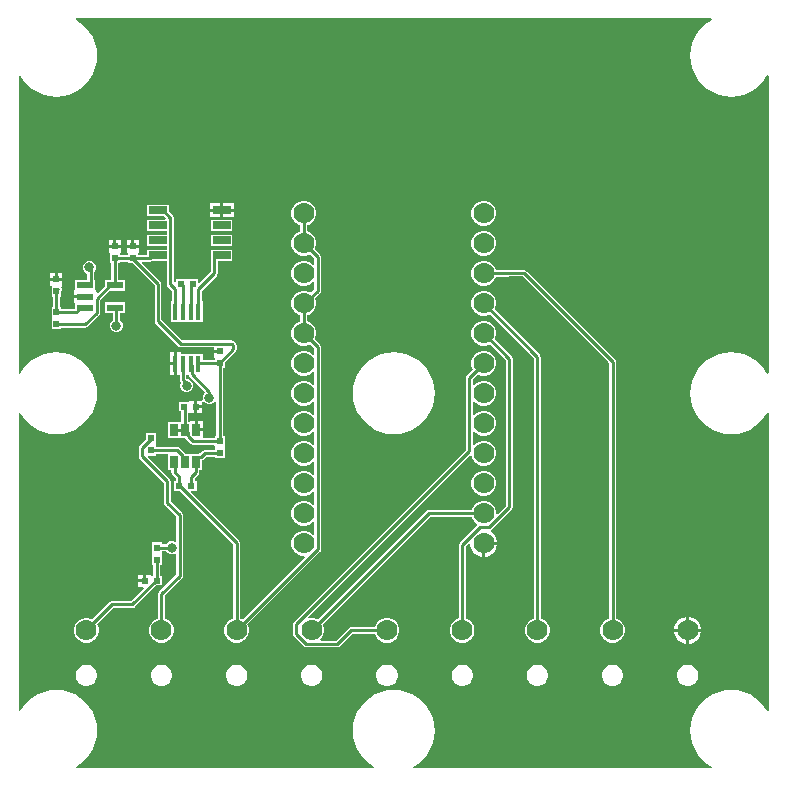
<source format=gtl>
G04*
G04 #@! TF.GenerationSoftware,Altium Limited,Altium Designer,24.2.2 (26)*
G04*
G04 Layer_Physical_Order=1*
G04 Layer_Color=255*
%FSLAX44Y44*%
%MOMM*%
G71*
G04*
G04 #@! TF.SameCoordinates,A8C72FA6-E4A7-4B70-B5D1-2EACB2D35129*
G04*
G04*
G04 #@! TF.FilePolarity,Positive*
G04*
G01*
G75*
%ADD14R,1.4000X0.6000*%
%ADD15R,0.5000X0.6000*%
%ADD16R,1.5000X0.6500*%
%ADD17R,0.6000X0.5000*%
%ADD18R,0.4500X1.4250*%
%ADD19R,0.6500X1.0620*%
%ADD28C,0.2540*%
%ADD29C,1.7780*%
%ADD30C,0.8128*%
G36*
X269376Y316230D02*
X265383Y313783D01*
X261248Y310252D01*
X257717Y306117D01*
X254876Y301481D01*
X252795Y296458D01*
X251526Y291171D01*
X251099Y285750D01*
X251526Y280329D01*
X252795Y275042D01*
X254876Y270019D01*
X257717Y265383D01*
X261248Y261248D01*
X265383Y257717D01*
X270019Y254876D01*
X275042Y252795D01*
X280329Y251526D01*
X285750Y251099D01*
X291171Y251526D01*
X296458Y252795D01*
X301481Y254876D01*
X306117Y257717D01*
X310252Y261248D01*
X313783Y265383D01*
X316230Y269376D01*
X317500Y269018D01*
Y16732D01*
X316230Y16374D01*
X313783Y20367D01*
X310252Y24502D01*
X306117Y28033D01*
X301481Y30874D01*
X296458Y32955D01*
X291171Y34224D01*
X285750Y34651D01*
X280329Y34224D01*
X275042Y32955D01*
X270019Y30874D01*
X265383Y28033D01*
X261248Y24502D01*
X257717Y20367D01*
X254876Y15731D01*
X252795Y10708D01*
X251526Y5421D01*
X251099Y0D01*
X251526Y-5421D01*
X252795Y-10708D01*
X254876Y-15731D01*
X257717Y-20367D01*
X261248Y-24502D01*
X265383Y-28033D01*
X270019Y-30874D01*
X275042Y-32955D01*
X280329Y-34224D01*
X285750Y-34651D01*
X291171Y-34224D01*
X296458Y-32955D01*
X301481Y-30874D01*
X306117Y-28033D01*
X310252Y-24502D01*
X313783Y-20367D01*
X316230Y-16374D01*
X317500Y-16732D01*
Y-269018D01*
X316230Y-269376D01*
X313783Y-265383D01*
X310252Y-261248D01*
X306117Y-257717D01*
X301481Y-254876D01*
X296458Y-252795D01*
X291171Y-251526D01*
X285750Y-251099D01*
X280329Y-251526D01*
X275042Y-252795D01*
X270019Y-254876D01*
X265383Y-257717D01*
X261248Y-261248D01*
X257717Y-265383D01*
X254876Y-270019D01*
X252795Y-275042D01*
X251526Y-280329D01*
X251099Y-285750D01*
X251526Y-291171D01*
X252795Y-296458D01*
X254876Y-301481D01*
X257717Y-306117D01*
X261248Y-310252D01*
X265383Y-313783D01*
X269376Y-316230D01*
X269018Y-317500D01*
X16732D01*
X16374Y-316230D01*
X20367Y-313783D01*
X24502Y-310252D01*
X28033Y-306117D01*
X30874Y-301481D01*
X32955Y-296458D01*
X34224Y-291171D01*
X34651Y-285750D01*
X34224Y-280329D01*
X32955Y-275042D01*
X30874Y-270019D01*
X28033Y-265383D01*
X24502Y-261248D01*
X20367Y-257717D01*
X15731Y-254876D01*
X10708Y-252795D01*
X5421Y-251526D01*
X0Y-251099D01*
X-5421Y-251526D01*
X-10708Y-252795D01*
X-15731Y-254876D01*
X-20367Y-257717D01*
X-24502Y-261248D01*
X-28033Y-265383D01*
X-30874Y-270019D01*
X-32955Y-275042D01*
X-34224Y-280329D01*
X-34651Y-285750D01*
X-34224Y-291171D01*
X-32955Y-296458D01*
X-30874Y-301481D01*
X-28033Y-306117D01*
X-24502Y-310252D01*
X-20367Y-313783D01*
X-16374Y-316230D01*
X-16732Y-317500D01*
X-269018D01*
X-269376Y-316230D01*
X-265383Y-313783D01*
X-261248Y-310252D01*
X-257717Y-306117D01*
X-254876Y-301481D01*
X-252795Y-296458D01*
X-251526Y-291171D01*
X-251099Y-285750D01*
X-251526Y-280329D01*
X-252795Y-275042D01*
X-254876Y-270019D01*
X-257717Y-265383D01*
X-261248Y-261248D01*
X-265383Y-257717D01*
X-270019Y-254876D01*
X-275042Y-252795D01*
X-280329Y-251526D01*
X-285750Y-251099D01*
X-291171Y-251526D01*
X-296458Y-252795D01*
X-301481Y-254876D01*
X-306117Y-257717D01*
X-310252Y-261248D01*
X-313783Y-265383D01*
X-316230Y-269376D01*
X-317500Y-269018D01*
Y-16732D01*
X-316230Y-16374D01*
X-313783Y-20367D01*
X-310252Y-24502D01*
X-306117Y-28033D01*
X-301481Y-30874D01*
X-296458Y-32955D01*
X-291171Y-34224D01*
X-285750Y-34651D01*
X-280329Y-34224D01*
X-275042Y-32955D01*
X-270019Y-30874D01*
X-265383Y-28033D01*
X-261248Y-24502D01*
X-257717Y-20367D01*
X-254876Y-15731D01*
X-252795Y-10708D01*
X-251526Y-5421D01*
X-251099Y0D01*
X-251526Y5421D01*
X-252795Y10708D01*
X-254876Y15731D01*
X-257717Y20367D01*
X-261248Y24502D01*
X-265383Y28033D01*
X-270019Y30874D01*
X-275042Y32955D01*
X-280329Y34224D01*
X-285750Y34651D01*
X-291171Y34224D01*
X-296458Y32955D01*
X-301481Y30874D01*
X-306117Y28033D01*
X-310252Y24502D01*
X-313783Y20367D01*
X-316230Y16374D01*
X-317500Y16732D01*
Y269018D01*
X-316230Y269376D01*
X-313783Y265383D01*
X-310252Y261248D01*
X-306117Y257717D01*
X-301481Y254876D01*
X-296458Y252795D01*
X-291171Y251526D01*
X-285750Y251099D01*
X-280329Y251526D01*
X-275042Y252795D01*
X-270019Y254876D01*
X-265383Y257717D01*
X-261248Y261248D01*
X-257717Y265383D01*
X-254876Y270019D01*
X-252795Y275042D01*
X-251526Y280329D01*
X-251099Y285750D01*
X-251526Y291171D01*
X-252795Y296458D01*
X-254876Y301481D01*
X-257717Y306117D01*
X-261248Y310252D01*
X-265383Y313783D01*
X-269376Y316230D01*
X-269018Y317500D01*
X269018D01*
X269376Y316230D01*
D02*
G37*
%LPC*%
G36*
X-135680Y160730D02*
X-144450D01*
Y156210D01*
X-135680D01*
Y160730D01*
D02*
G37*
G36*
X-146990D02*
X-155760D01*
Y156210D01*
X-146990D01*
Y160730D01*
D02*
G37*
G36*
X-135680Y153670D02*
X-144450D01*
Y149150D01*
X-135680D01*
Y153670D01*
D02*
G37*
G36*
X-146990D02*
X-155760D01*
Y149150D01*
X-146990D01*
Y153670D01*
D02*
G37*
G36*
X77571Y162814D02*
X74829D01*
X72180Y162104D01*
X69806Y160733D01*
X67867Y158794D01*
X66496Y156420D01*
X65786Y153771D01*
Y151029D01*
X66496Y148380D01*
X67867Y146006D01*
X69806Y144067D01*
X72180Y142696D01*
X74829Y141986D01*
X77571D01*
X80220Y142696D01*
X82594Y144067D01*
X84533Y146006D01*
X85904Y148380D01*
X86614Y151029D01*
Y153771D01*
X85904Y156420D01*
X84533Y158794D01*
X82594Y160733D01*
X80220Y162104D01*
X77571Y162814D01*
D02*
G37*
G36*
X-136696Y147014D02*
X-154744D01*
Y137466D01*
X-136696D01*
Y147014D01*
D02*
G37*
G36*
X-231180Y129920D02*
X-234950D01*
Y125650D01*
X-231180D01*
Y129920D01*
D02*
G37*
G36*
X-237490D02*
X-241260D01*
Y125650D01*
X-237490D01*
Y129920D01*
D02*
G37*
G36*
X-215940Y129920D02*
X-219710D01*
Y125650D01*
X-215940D01*
Y129920D01*
D02*
G37*
G36*
X-222250D02*
X-226020D01*
Y125650D01*
X-222250D01*
Y129920D01*
D02*
G37*
G36*
X-136696Y134314D02*
X-154744D01*
Y124766D01*
X-136696D01*
Y134314D01*
D02*
G37*
G36*
X77571Y137414D02*
X74829D01*
X72180Y136704D01*
X69806Y135333D01*
X67867Y133394D01*
X66496Y131020D01*
X65786Y128371D01*
Y125629D01*
X66496Y122980D01*
X67867Y120606D01*
X69806Y118667D01*
X72180Y117296D01*
X74829Y116586D01*
X77571D01*
X80220Y117296D01*
X82594Y118667D01*
X84533Y120606D01*
X85904Y122980D01*
X86614Y125629D01*
Y128371D01*
X85904Y131020D01*
X84533Y133394D01*
X82594Y135333D01*
X80220Y136704D01*
X77571Y137414D01*
D02*
G37*
G36*
X-280710Y101900D02*
X-284480D01*
Y97630D01*
X-280710D01*
Y101900D01*
D02*
G37*
G36*
X-287020D02*
X-290790D01*
Y97630D01*
X-287020D01*
Y101900D01*
D02*
G37*
G36*
X-74829Y162814D02*
X-77571D01*
X-80220Y162104D01*
X-82594Y160733D01*
X-84533Y158794D01*
X-85904Y156420D01*
X-86614Y153771D01*
Y151029D01*
X-85904Y148380D01*
X-84533Y146006D01*
X-82594Y144067D01*
X-80220Y142696D01*
X-79049Y142382D01*
Y137018D01*
X-80220Y136704D01*
X-82594Y135333D01*
X-84533Y133394D01*
X-85904Y131020D01*
X-86614Y128371D01*
Y125629D01*
X-85904Y122980D01*
X-84533Y120606D01*
X-82594Y118667D01*
X-80220Y117296D01*
X-77571Y116586D01*
X-74829D01*
X-72180Y117296D01*
X-71130Y117902D01*
X-67365Y114136D01*
Y109288D01*
X-68635Y108762D01*
X-69806Y109933D01*
X-72180Y111304D01*
X-74829Y112014D01*
X-77571D01*
X-80220Y111304D01*
X-82594Y109933D01*
X-84533Y107994D01*
X-85904Y105620D01*
X-86614Y102971D01*
Y100229D01*
X-85904Y97580D01*
X-84533Y95206D01*
X-82594Y93267D01*
X-80220Y91896D01*
X-77571Y91186D01*
X-74829D01*
X-72180Y91896D01*
X-69806Y93267D01*
X-68635Y94438D01*
X-67365Y93912D01*
Y87990D01*
X-70449Y84905D01*
X-72180Y85904D01*
X-74829Y86614D01*
X-77571D01*
X-80220Y85904D01*
X-82594Y84533D01*
X-84533Y82594D01*
X-85904Y80220D01*
X-86614Y77571D01*
Y74829D01*
X-85904Y72180D01*
X-84533Y69806D01*
X-82594Y67867D01*
X-80220Y66496D01*
X-79049Y66182D01*
Y60818D01*
X-80220Y60504D01*
X-82594Y59133D01*
X-84533Y57194D01*
X-85904Y54820D01*
X-86614Y52171D01*
Y49429D01*
X-85904Y46780D01*
X-84533Y44406D01*
X-82594Y42467D01*
X-80220Y41096D01*
X-77571Y40386D01*
X-74829D01*
X-72180Y41096D01*
X-71130Y41702D01*
X-67365Y37936D01*
Y33088D01*
X-68635Y32562D01*
X-69806Y33733D01*
X-72180Y35104D01*
X-74829Y35814D01*
X-77571D01*
X-80220Y35104D01*
X-82594Y33733D01*
X-84533Y31794D01*
X-85904Y29420D01*
X-86614Y26771D01*
Y24029D01*
X-85904Y21380D01*
X-84533Y19006D01*
X-82594Y17067D01*
X-80220Y15696D01*
X-77571Y14986D01*
X-74829D01*
X-72180Y15696D01*
X-69806Y17067D01*
X-68635Y18238D01*
X-67365Y17712D01*
Y7688D01*
X-68635Y7162D01*
X-69806Y8333D01*
X-72180Y9704D01*
X-74829Y10414D01*
X-77571D01*
X-80220Y9704D01*
X-82594Y8333D01*
X-84533Y6394D01*
X-85904Y4020D01*
X-86614Y1371D01*
Y-1371D01*
X-85904Y-4020D01*
X-84533Y-6394D01*
X-82594Y-8333D01*
X-80220Y-9704D01*
X-77571Y-10414D01*
X-74829D01*
X-72180Y-9704D01*
X-69806Y-8333D01*
X-68635Y-7162D01*
X-67365Y-7688D01*
Y-17712D01*
X-68635Y-18238D01*
X-69806Y-17067D01*
X-72180Y-15696D01*
X-74829Y-14986D01*
X-77571D01*
X-80220Y-15696D01*
X-82594Y-17067D01*
X-84533Y-19006D01*
X-85904Y-21380D01*
X-86614Y-24029D01*
Y-26771D01*
X-85904Y-29420D01*
X-84533Y-31794D01*
X-82594Y-33733D01*
X-80220Y-35104D01*
X-77571Y-35814D01*
X-74829D01*
X-72180Y-35104D01*
X-69806Y-33733D01*
X-68635Y-32562D01*
X-67365Y-33088D01*
Y-43112D01*
X-68635Y-43638D01*
X-69806Y-42467D01*
X-72180Y-41096D01*
X-74829Y-40386D01*
X-77571D01*
X-80220Y-41096D01*
X-82594Y-42467D01*
X-84533Y-44406D01*
X-85904Y-46780D01*
X-86614Y-49429D01*
Y-52171D01*
X-85904Y-54820D01*
X-84533Y-57194D01*
X-82594Y-59133D01*
X-80220Y-60504D01*
X-77571Y-61214D01*
X-74829D01*
X-72180Y-60504D01*
X-69806Y-59133D01*
X-68635Y-57962D01*
X-67365Y-58488D01*
Y-68512D01*
X-68635Y-69038D01*
X-69806Y-67867D01*
X-72180Y-66496D01*
X-74829Y-65786D01*
X-77571D01*
X-80220Y-66496D01*
X-82594Y-67867D01*
X-84533Y-69806D01*
X-85904Y-72180D01*
X-86614Y-74829D01*
Y-77571D01*
X-85904Y-80220D01*
X-84533Y-82594D01*
X-82594Y-84533D01*
X-80220Y-85904D01*
X-77571Y-86614D01*
X-74829D01*
X-72180Y-85904D01*
X-69806Y-84533D01*
X-68635Y-83362D01*
X-67365Y-83888D01*
Y-93912D01*
X-68635Y-94438D01*
X-69806Y-93267D01*
X-72180Y-91896D01*
X-74829Y-91186D01*
X-77571D01*
X-80220Y-91896D01*
X-82594Y-93267D01*
X-84533Y-95206D01*
X-85904Y-97580D01*
X-86614Y-100229D01*
Y-102971D01*
X-85904Y-105620D01*
X-84533Y-107994D01*
X-82594Y-109933D01*
X-80220Y-111304D01*
X-77571Y-112014D01*
X-74829D01*
X-72180Y-111304D01*
X-69806Y-109933D01*
X-68635Y-108762D01*
X-67365Y-109288D01*
Y-119312D01*
X-68635Y-119838D01*
X-69806Y-118667D01*
X-72180Y-117296D01*
X-74829Y-116586D01*
X-77571D01*
X-80220Y-117296D01*
X-82594Y-118667D01*
X-84533Y-120606D01*
X-85904Y-122980D01*
X-86614Y-125629D01*
Y-128371D01*
X-85904Y-131020D01*
X-84533Y-133394D01*
X-82594Y-135333D01*
X-80220Y-136704D01*
X-77571Y-137414D01*
X-75611D01*
X-75085Y-138684D01*
X-127963Y-191562D01*
X-129013Y-190956D01*
X-130184Y-190642D01*
Y-126738D01*
X-130184Y-126737D01*
X-130401Y-125647D01*
X-131018Y-124723D01*
X-131018Y-124723D01*
X-171804Y-83937D01*
X-171318Y-82764D01*
X-167006D01*
Y-74716D01*
X-168681D01*
Y-72160D01*
X-165546Y-69024D01*
X-165546Y-69024D01*
X-164928Y-68100D01*
X-164711Y-67010D01*
X-164711Y-67010D01*
Y-64724D01*
X-162256D01*
Y-56553D01*
X-161900Y-56482D01*
X-160976Y-55864D01*
X-158680Y-53569D01*
X-151344D01*
Y-55244D01*
X-143296D01*
Y-46514D01*
X-143296Y-46196D01*
Y-45244D01*
X-143296Y-44926D01*
Y-36196D01*
X-144471D01*
Y20956D01*
X-143296D01*
Y25975D01*
X-133876Y35396D01*
X-133876Y35396D01*
X-133258Y36320D01*
X-133041Y37410D01*
X-133041Y37410D01*
Y40422D01*
X-133258Y41512D01*
X-133876Y42436D01*
X-133876Y42436D01*
X-135364Y43924D01*
X-136288Y44542D01*
X-137378Y44759D01*
X-137378Y44759D01*
X-179160D01*
X-196871Y62470D01*
Y92620D01*
X-196871Y92620D01*
X-197088Y93710D01*
X-197706Y94634D01*
X-197706Y94634D01*
X-213429Y110358D01*
X-212943Y111531D01*
X-206430D01*
X-206430Y111531D01*
X-205340Y111748D01*
X-204864Y112066D01*
X-192099D01*
Y92249D01*
X-192099Y92249D01*
X-191882Y91159D01*
X-191264Y90234D01*
X-187859Y86829D01*
Y77759D01*
X-188784D01*
Y60461D01*
X-161736D01*
Y77759D01*
X-162661D01*
Y86829D01*
X-149936Y99554D01*
X-149936Y99554D01*
X-149318Y100478D01*
X-149101Y101569D01*
Y112066D01*
X-136696D01*
Y121614D01*
X-154744D01*
Y115135D01*
X-154799Y114860D01*
X-154799Y114860D01*
Y102749D01*
X-164563Y92985D01*
X-165736Y93471D01*
Y96734D01*
X-174784D01*
Y96734D01*
X-175736D01*
Y96734D01*
X-184784D01*
Y94582D01*
X-186054Y93928D01*
X-186401Y94176D01*
Y148720D01*
X-186618Y149810D01*
X-187236Y150734D01*
X-187236Y150734D01*
X-190696Y154195D01*
Y159714D01*
X-208744D01*
Y150166D01*
X-194725D01*
X-192843Y148284D01*
X-193369Y147014D01*
X-208744D01*
Y137466D01*
X-192099D01*
Y134314D01*
X-208744D01*
Y124766D01*
X-192099D01*
Y121614D01*
X-208744D01*
Y117229D01*
X-216956D01*
Y118840D01*
X-215940D01*
Y123110D01*
X-226020D01*
Y118840D01*
X-225004D01*
Y117229D01*
X-232196D01*
Y118840D01*
X-231180D01*
Y123110D01*
X-236220D01*
X-241260D01*
Y118840D01*
X-240244D01*
Y109856D01*
X-239069D01*
Y95914D01*
X-244744D01*
Y90895D01*
X-250507Y85132D01*
X-251680Y85618D01*
Y87430D01*
X-252696D01*
Y95914D01*
X-253691D01*
Y102896D01*
X-253073Y103515D01*
X-252222Y105569D01*
Y107792D01*
X-253073Y109845D01*
X-254645Y111417D01*
X-256698Y112268D01*
X-258922D01*
X-260975Y111417D01*
X-262547Y109845D01*
X-263398Y107792D01*
Y105569D01*
X-262547Y103515D01*
X-260975Y101943D01*
X-259389Y101285D01*
Y95914D01*
X-269744D01*
Y87430D01*
X-270760D01*
Y83160D01*
X-261220D01*
Y80620D01*
X-270760D01*
Y76350D01*
X-269744D01*
Y71895D01*
X-270290Y71349D01*
X-281726D01*
Y73024D01*
X-282901D01*
Y81836D01*
X-281726D01*
Y86421D01*
X-281242Y87146D01*
X-281025Y88236D01*
X-281242Y89326D01*
X-281391Y89550D01*
X-280765Y90820D01*
X-280710D01*
Y95090D01*
X-285750D01*
X-290790D01*
Y90820D01*
X-289774D01*
Y81836D01*
X-288599D01*
Y73024D01*
X-289774D01*
Y63976D01*
X-289774D01*
Y63024D01*
X-289774D01*
Y53976D01*
X-281726D01*
Y55651D01*
X-261159D01*
X-261159Y55651D01*
X-260068Y55868D01*
X-259144Y56486D01*
X-249412Y66218D01*
X-249412Y66218D01*
X-248794Y67143D01*
X-248577Y68233D01*
X-248577Y68233D01*
Y79004D01*
X-240715Y86866D01*
X-227696D01*
Y95914D01*
X-233371D01*
Y109856D01*
X-232196D01*
Y111531D01*
X-225004D01*
Y109856D01*
X-220985D01*
X-202569Y91440D01*
Y61290D01*
X-202569Y61290D01*
X-202352Y60200D01*
X-201734Y59276D01*
X-182354Y39896D01*
X-182354Y39896D01*
X-181430Y39278D01*
X-180340Y39061D01*
X-180340Y39061D01*
X-152360D01*
Y36750D01*
X-147320D01*
Y34210D01*
X-152360D01*
Y29940D01*
X-151344D01*
Y28329D01*
X-161736D01*
Y33519D01*
X-180220D01*
Y34535D01*
X-183740D01*
Y24870D01*
Y15205D01*
X-181359D01*
Y11112D01*
X-181359Y11112D01*
X-181142Y10022D01*
X-180524Y9098D01*
X-180274Y8847D01*
X-180848Y7462D01*
Y5239D01*
X-179997Y3185D01*
X-178425Y1613D01*
X-176371Y762D01*
X-174149D01*
X-172095Y1613D01*
X-170523Y3185D01*
X-169672Y5239D01*
Y7462D01*
X-170523Y9515D01*
X-172095Y11087D01*
X-174149Y11938D01*
X-175307D01*
X-175661Y12292D01*
Y15190D01*
X-175081Y15626D01*
X-173680Y15091D01*
X-173662Y15000D01*
X-173044Y14076D01*
X-159636Y667D01*
X-160947Y-645D01*
X-161798Y-2698D01*
Y-4867D01*
X-162219Y-6011D01*
Y-6011D01*
X-162219Y-6011D01*
D01*
X-162564Y-6390D01*
X-163006Y-6390D01*
X-166450D01*
Y-10160D01*
X-162180D01*
Y-7506D01*
X-162180Y-7318D01*
X-161526Y-7136D01*
X-161526D01*
X-161526Y-7136D01*
Y-7136D01*
X-160375Y-7547D01*
X-159375Y-8547D01*
X-157322Y-9398D01*
X-155098D01*
X-153045Y-8547D01*
X-151473Y-6975D01*
X-151439Y-6893D01*
X-150169Y-7146D01*
Y-36196D01*
X-151344D01*
Y-37871D01*
X-161240D01*
Y-32280D01*
X-167030D01*
Y-31010D01*
X-168300D01*
Y-23160D01*
X-172820D01*
Y-24176D01*
X-174276D01*
Y-17083D01*
X-173260Y-16470D01*
X-168990D01*
Y-11430D01*
Y-6390D01*
X-173260D01*
Y-7406D01*
X-182244D01*
Y-15454D01*
X-179974D01*
Y-24176D01*
X-190804D01*
Y-37844D01*
X-176679D01*
X-176564Y-38016D01*
X-171846Y-42734D01*
X-170921Y-43352D01*
X-169831Y-43569D01*
X-169831Y-43569D01*
X-152242D01*
X-151344Y-44467D01*
X-151344Y-46196D01*
X-151344Y-46514D01*
Y-47871D01*
X-159860D01*
X-159860Y-47871D01*
X-160950Y-48088D01*
X-161874Y-48706D01*
X-161874Y-48706D01*
X-164170Y-51001D01*
X-165050D01*
X-165325Y-51056D01*
X-176381D01*
X-176496Y-50884D01*
X-176496Y-50884D01*
X-181134Y-46246D01*
X-182059Y-45628D01*
X-183149Y-45411D01*
X-183149Y-45411D01*
X-201716D01*
Y-43736D01*
X-201716Y-43736D01*
Y-42784D01*
X-201716D01*
X-201716Y-42466D01*
Y-33736D01*
X-209764D01*
Y-38755D01*
X-215120Y-44112D01*
X-215738Y-45036D01*
X-215955Y-46126D01*
X-215955Y-46126D01*
Y-53340D01*
X-215955Y-53340D01*
X-215738Y-54430D01*
X-215120Y-55354D01*
X-194619Y-75856D01*
Y-92710D01*
X-194619Y-92710D01*
X-194402Y-93800D01*
X-193784Y-94724D01*
X-183951Y-104558D01*
Y-125257D01*
X-185221Y-125896D01*
X-186849Y-125222D01*
X-189072D01*
X-191125Y-126073D01*
X-192697Y-127645D01*
X-192845Y-128001D01*
X-196636D01*
Y-126366D01*
X-204684D01*
Y-135096D01*
X-204684Y-135414D01*
Y-136366D01*
X-204684Y-136684D01*
Y-145414D01*
X-203589D01*
Y-154726D01*
X-205280D01*
Y-153710D01*
X-209550D01*
Y-158750D01*
X-210820D01*
Y-160020D01*
X-216360D01*
Y-163790D01*
X-212048D01*
X-211562Y-164963D01*
X-222612Y-176013D01*
X-238552D01*
X-238552Y-176013D01*
X-239642Y-176230D01*
X-240566Y-176848D01*
X-255280Y-191562D01*
X-256330Y-190956D01*
X-258979Y-190246D01*
X-261721D01*
X-264370Y-190956D01*
X-266744Y-192327D01*
X-268683Y-194266D01*
X-270054Y-196640D01*
X-270764Y-199289D01*
Y-202031D01*
X-270054Y-204680D01*
X-268683Y-207054D01*
X-266744Y-208993D01*
X-264370Y-210364D01*
X-261721Y-211074D01*
X-258979D01*
X-256330Y-210364D01*
X-253956Y-208993D01*
X-252017Y-207054D01*
X-250646Y-204680D01*
X-249936Y-202031D01*
Y-199289D01*
X-250646Y-196640D01*
X-251252Y-195590D01*
X-237372Y-181711D01*
X-221432D01*
X-221432Y-181711D01*
X-220342Y-181494D01*
X-219418Y-180876D01*
X-201315Y-162774D01*
X-196296D01*
Y-154726D01*
X-197891D01*
Y-145414D01*
X-196636D01*
Y-136684D01*
X-196636Y-136366D01*
Y-135414D01*
X-196636Y-135096D01*
Y-133699D01*
X-192812D01*
X-192697Y-133975D01*
X-191125Y-135547D01*
X-189072Y-136398D01*
X-186849D01*
X-185221Y-135724D01*
X-183951Y-136363D01*
Y-153278D01*
X-198706Y-168033D01*
X-199323Y-168957D01*
X-199540Y-170047D01*
X-199540Y-170047D01*
Y-190642D01*
X-200711Y-190956D01*
X-203086Y-192327D01*
X-205025Y-194266D01*
X-206395Y-196640D01*
X-207105Y-199289D01*
Y-202031D01*
X-206395Y-204680D01*
X-205025Y-207054D01*
X-203086Y-208993D01*
X-200711Y-210364D01*
X-198062Y-211074D01*
X-195320D01*
X-192672Y-210364D01*
X-190297Y-208993D01*
X-188358Y-207054D01*
X-186987Y-204680D01*
X-186277Y-202031D01*
Y-199289D01*
X-186987Y-196640D01*
X-188358Y-194266D01*
X-190297Y-192327D01*
X-192672Y-190956D01*
X-193843Y-190642D01*
Y-171227D01*
X-179088Y-156473D01*
X-179088Y-156473D01*
X-178470Y-155548D01*
X-178253Y-154458D01*
X-178253Y-154458D01*
Y-103378D01*
X-178253Y-103378D01*
X-178470Y-102288D01*
X-179088Y-101364D01*
X-179088Y-101364D01*
X-188921Y-91530D01*
Y-74676D01*
X-189138Y-73586D01*
X-189756Y-72662D01*
X-189756Y-72662D01*
X-208460Y-53957D01*
X-207974Y-52784D01*
X-201716D01*
Y-51109D01*
X-190804D01*
Y-64724D01*
X-188349D01*
Y-67010D01*
X-188349Y-67010D01*
X-188132Y-68100D01*
X-187514Y-69024D01*
X-184379Y-72160D01*
Y-74716D01*
X-186054D01*
Y-82764D01*
X-181035D01*
X-135881Y-127917D01*
Y-190642D01*
X-137052Y-190956D01*
X-139427Y-192327D01*
X-141366Y-194266D01*
X-142737Y-196640D01*
X-143447Y-199289D01*
Y-202031D01*
X-142737Y-204680D01*
X-141366Y-207054D01*
X-139427Y-208993D01*
X-137052Y-210364D01*
X-134403Y-211074D01*
X-131662D01*
X-129013Y-210364D01*
X-126638Y-208993D01*
X-124699Y-207054D01*
X-123328Y-204680D01*
X-122619Y-202031D01*
Y-199289D01*
X-123328Y-196640D01*
X-123934Y-195590D01*
X-62502Y-134158D01*
X-61884Y-133234D01*
X-61667Y-132143D01*
X-61667Y-132143D01*
Y39116D01*
X-61884Y40206D01*
X-62502Y41130D01*
X-62502Y41130D01*
X-67102Y45731D01*
X-66496Y46780D01*
X-65786Y49429D01*
Y52171D01*
X-66496Y54820D01*
X-67867Y57194D01*
X-69806Y59133D01*
X-72180Y60504D01*
X-73351Y60818D01*
Y66182D01*
X-72180Y66496D01*
X-69806Y67867D01*
X-67867Y69806D01*
X-66496Y72180D01*
X-65786Y74829D01*
Y77571D01*
X-66496Y80220D01*
X-66708Y80588D01*
X-62502Y84795D01*
X-62502Y84795D01*
X-61884Y85719D01*
X-61667Y86810D01*
Y115316D01*
X-61884Y116406D01*
X-62502Y117330D01*
X-62502Y117330D01*
X-67102Y121931D01*
X-66496Y122980D01*
X-65786Y125629D01*
Y128371D01*
X-66496Y131020D01*
X-67867Y133394D01*
X-69806Y135333D01*
X-72180Y136704D01*
X-73351Y137018D01*
Y142382D01*
X-72180Y142696D01*
X-69806Y144067D01*
X-67867Y146006D01*
X-66496Y148380D01*
X-65786Y151029D01*
Y153771D01*
X-66496Y156420D01*
X-67867Y158794D01*
X-69806Y160733D01*
X-72180Y162104D01*
X-74829Y162814D01*
D02*
G37*
G36*
X-227696Y76914D02*
X-244744D01*
Y67866D01*
X-237799D01*
Y62018D01*
X-238115Y61887D01*
X-239687Y60315D01*
X-240538Y58261D01*
Y56038D01*
X-239687Y53985D01*
X-238115Y52413D01*
X-236061Y51562D01*
X-233839D01*
X-231785Y52413D01*
X-230213Y53985D01*
X-229362Y56038D01*
Y58261D01*
X-230213Y60315D01*
X-231785Y61887D01*
X-232101Y62018D01*
Y67866D01*
X-227696D01*
Y76914D01*
D02*
G37*
G36*
X-186280Y34535D02*
X-189800D01*
Y26140D01*
X-186280D01*
Y34535D01*
D02*
G37*
G36*
Y23600D02*
X-189800D01*
Y15205D01*
X-186280D01*
Y23600D01*
D02*
G37*
G36*
X77571Y61214D02*
X74829D01*
X72180Y60504D01*
X69806Y59133D01*
X67867Y57194D01*
X66496Y54820D01*
X65786Y52171D01*
Y49429D01*
X66496Y46780D01*
X67867Y44406D01*
X69806Y42467D01*
X72180Y41096D01*
X74829Y40386D01*
X77571D01*
X80220Y41096D01*
X81270Y41702D01*
X94941Y28030D01*
Y-95354D01*
X87884Y-102411D01*
X86614Y-101885D01*
Y-100229D01*
X85904Y-97580D01*
X84533Y-95206D01*
X82594Y-93267D01*
X80220Y-91896D01*
X77571Y-91186D01*
X74829D01*
X72180Y-91896D01*
X69806Y-93267D01*
X67867Y-95206D01*
X66496Y-97580D01*
X66182Y-98751D01*
X29686D01*
X29686Y-98751D01*
X28596Y-98968D01*
X27672Y-99586D01*
X27672Y-99586D01*
X-64304Y-191562D01*
X-65354Y-190956D01*
X-68003Y-190246D01*
X-70745D01*
X-71628Y-190483D01*
X-72285Y-189344D01*
X64559Y-52499D01*
X65976Y-52879D01*
X66496Y-54820D01*
X67867Y-57194D01*
X69806Y-59133D01*
X72180Y-60504D01*
X74829Y-61214D01*
X77571D01*
X80220Y-60504D01*
X82594Y-59133D01*
X84533Y-57194D01*
X85904Y-54820D01*
X86614Y-52171D01*
Y-49429D01*
X85904Y-46780D01*
X84533Y-44406D01*
X82594Y-42467D01*
X80220Y-41096D01*
X77571Y-40386D01*
X74829D01*
X72180Y-41096D01*
X69806Y-42467D01*
X67957Y-44316D01*
X67276Y-44247D01*
X66687Y-44089D01*
Y-32111D01*
X67276Y-31953D01*
X67957Y-31884D01*
X69806Y-33733D01*
X72180Y-35104D01*
X74829Y-35814D01*
X77571D01*
X80220Y-35104D01*
X82594Y-33733D01*
X84533Y-31794D01*
X85904Y-29420D01*
X86614Y-26771D01*
Y-24029D01*
X85904Y-21380D01*
X84533Y-19006D01*
X82594Y-17067D01*
X80220Y-15696D01*
X77571Y-14986D01*
X74829D01*
X72180Y-15696D01*
X69806Y-17067D01*
X67957Y-18916D01*
X67276Y-18847D01*
X66687Y-18690D01*
Y-6711D01*
X67276Y-6553D01*
X67957Y-6484D01*
X69806Y-8333D01*
X72180Y-9704D01*
X74829Y-10414D01*
X77571D01*
X80220Y-9704D01*
X82594Y-8333D01*
X84533Y-6394D01*
X85904Y-4020D01*
X86614Y-1371D01*
Y1371D01*
X85904Y4020D01*
X84533Y6394D01*
X82594Y8333D01*
X80220Y9704D01*
X77571Y10414D01*
X74829D01*
X72180Y9704D01*
X69806Y8333D01*
X67957Y6484D01*
X67276Y6553D01*
X66687Y6711D01*
Y11858D01*
X71130Y16302D01*
X72180Y15696D01*
X74829Y14986D01*
X77571D01*
X80220Y15696D01*
X82594Y17067D01*
X84533Y19006D01*
X85904Y21380D01*
X86614Y24029D01*
Y26771D01*
X85904Y29420D01*
X84533Y31794D01*
X82594Y33733D01*
X80220Y35104D01*
X77571Y35814D01*
X74829D01*
X72180Y35104D01*
X69806Y33733D01*
X67867Y31794D01*
X66496Y29420D01*
X65786Y26771D01*
Y24029D01*
X66496Y21380D01*
X67102Y20331D01*
X61824Y15052D01*
X61206Y14128D01*
X60989Y13038D01*
X60989Y13038D01*
Y-48012D01*
X-84564Y-193566D01*
X-85182Y-194490D01*
X-85399Y-195580D01*
X-85399Y-195580D01*
Y-204007D01*
X-85399Y-204007D01*
X-85182Y-205098D01*
X-84564Y-206022D01*
X-76228Y-214358D01*
X-76228Y-214358D01*
X-75304Y-214976D01*
X-74213Y-215193D01*
X-74213Y-215193D01*
X-47868D01*
X-47868Y-215193D01*
X-46778Y-214976D01*
X-45854Y-214358D01*
X-35004Y-203509D01*
X-15733D01*
X-15419Y-204680D01*
X-14048Y-207054D01*
X-12109Y-208993D01*
X-9735Y-210364D01*
X-7086Y-211074D01*
X-4344D01*
X-1695Y-210364D01*
X679Y-208993D01*
X2618Y-207054D01*
X3989Y-204680D01*
X4699Y-202031D01*
Y-199289D01*
X3989Y-196640D01*
X2618Y-194266D01*
X679Y-192327D01*
X-1695Y-190956D01*
X-4344Y-190246D01*
X-7086D01*
X-9735Y-190956D01*
X-12109Y-192327D01*
X-14048Y-194266D01*
X-15419Y-196640D01*
X-15733Y-197811D01*
X-36184D01*
X-37274Y-198028D01*
X-38199Y-198646D01*
X-38199Y-198646D01*
X-49048Y-209495D01*
X-61685D01*
X-62211Y-208225D01*
X-61041Y-207054D01*
X-59669Y-204680D01*
X-58960Y-202031D01*
Y-199289D01*
X-59669Y-196640D01*
X-60276Y-195590D01*
X30866Y-104449D01*
X66182D01*
X66496Y-105620D01*
X67867Y-107994D01*
X69806Y-109933D01*
X70529Y-110351D01*
X70720Y-111928D01*
X55929Y-126718D01*
X55312Y-127642D01*
X55095Y-128733D01*
X55095Y-128733D01*
Y-190642D01*
X53924Y-190956D01*
X51549Y-192327D01*
X49611Y-194266D01*
X48239Y-196640D01*
X47530Y-199289D01*
Y-202031D01*
X48239Y-204680D01*
X49611Y-207054D01*
X51549Y-208993D01*
X53924Y-210364D01*
X56573Y-211074D01*
X59315D01*
X61963Y-210364D01*
X64338Y-208993D01*
X66277Y-207054D01*
X67648Y-204680D01*
X68358Y-202031D01*
Y-199289D01*
X67648Y-196640D01*
X66277Y-194266D01*
X64338Y-192327D01*
X61963Y-190956D01*
X60792Y-190642D01*
Y-129913D01*
X63597Y-127108D01*
X64770Y-127594D01*
Y-128505D01*
X65549Y-131412D01*
X67054Y-134018D01*
X69182Y-136146D01*
X71788Y-137651D01*
X74695Y-138430D01*
X74930D01*
Y-127000D01*
X76200D01*
Y-125730D01*
X87630D01*
Y-125495D01*
X86851Y-122588D01*
X85346Y-119982D01*
X83218Y-117854D01*
X82111Y-117214D01*
X82122Y-116478D01*
X82256Y-115832D01*
X83054Y-115298D01*
X99804Y-98548D01*
X99804Y-98548D01*
X100422Y-97624D01*
X100639Y-96534D01*
X100639Y-96533D01*
Y29210D01*
X100639Y29210D01*
X100422Y30300D01*
X99804Y31224D01*
X99804Y31224D01*
X85298Y45731D01*
X85904Y46780D01*
X86614Y49429D01*
Y52171D01*
X85904Y54820D01*
X84533Y57194D01*
X82594Y59133D01*
X80220Y60504D01*
X77571Y61214D01*
D02*
G37*
G36*
X-162180Y-12700D02*
X-166450D01*
Y-16470D01*
X-162180D01*
Y-12700D01*
D02*
G37*
G36*
X-161240Y-23160D02*
X-165760D01*
Y-29740D01*
X-161240D01*
Y-23160D01*
D02*
G37*
G36*
X0Y34651D02*
X-5421Y34224D01*
X-10708Y32955D01*
X-15731Y30874D01*
X-20367Y28033D01*
X-24502Y24502D01*
X-28033Y20367D01*
X-30874Y15731D01*
X-32955Y10708D01*
X-34224Y5421D01*
X-34651Y0D01*
X-34224Y-5421D01*
X-32955Y-10708D01*
X-30874Y-15731D01*
X-28033Y-20367D01*
X-24502Y-24502D01*
X-20367Y-28033D01*
X-15731Y-30874D01*
X-10708Y-32955D01*
X-5421Y-34224D01*
X0Y-34651D01*
X5421Y-34224D01*
X10708Y-32955D01*
X15731Y-30874D01*
X20367Y-28033D01*
X24502Y-24502D01*
X28033Y-20367D01*
X30874Y-15731D01*
X32955Y-10708D01*
X34224Y-5421D01*
X34651Y0D01*
X34224Y5421D01*
X32955Y10708D01*
X30874Y15731D01*
X28033Y20367D01*
X24502Y24502D01*
X20367Y28033D01*
X15731Y30874D01*
X10708Y32955D01*
X5421Y34224D01*
X0Y34651D01*
D02*
G37*
G36*
X77571Y-65786D02*
X74829D01*
X72180Y-66496D01*
X69806Y-67867D01*
X67867Y-69806D01*
X66496Y-72180D01*
X65786Y-74829D01*
Y-77571D01*
X66496Y-80220D01*
X67867Y-82594D01*
X69806Y-84533D01*
X72180Y-85904D01*
X74829Y-86614D01*
X77571D01*
X80220Y-85904D01*
X82594Y-84533D01*
X84533Y-82594D01*
X85904Y-80220D01*
X86614Y-77571D01*
Y-74829D01*
X85904Y-72180D01*
X84533Y-69806D01*
X82594Y-67867D01*
X80220Y-66496D01*
X77571Y-65786D01*
D02*
G37*
G36*
X87630Y-128270D02*
X77470D01*
Y-138430D01*
X77705D01*
X80612Y-137651D01*
X83218Y-136146D01*
X85346Y-134018D01*
X86851Y-131412D01*
X87630Y-128505D01*
Y-128270D01*
D02*
G37*
G36*
X-212090Y-153710D02*
X-216360D01*
Y-157480D01*
X-212090D01*
Y-153710D01*
D02*
G37*
G36*
X250425Y-189230D02*
X250190D01*
Y-199390D01*
X260350D01*
Y-199155D01*
X259571Y-196248D01*
X258066Y-193642D01*
X255938Y-191514D01*
X253332Y-190009D01*
X250425Y-189230D01*
D02*
G37*
G36*
X247650D02*
X247415D01*
X244508Y-190009D01*
X241902Y-191514D01*
X239774Y-193642D01*
X238269Y-196248D01*
X237490Y-199155D01*
Y-199390D01*
X247650D01*
Y-189230D01*
D02*
G37*
G36*
X77571Y112014D02*
X74829D01*
X72180Y111304D01*
X69806Y109933D01*
X67867Y107994D01*
X66496Y105620D01*
X65786Y102971D01*
Y100229D01*
X66496Y97580D01*
X67867Y95206D01*
X69806Y93267D01*
X72180Y91896D01*
X74829Y91186D01*
X77571D01*
X80220Y91896D01*
X82594Y93267D01*
X84533Y95206D01*
X85904Y97580D01*
X86218Y98751D01*
X96647D01*
X96647Y98751D01*
X97737Y98968D01*
X97739Y98969D01*
X109092D01*
X182412Y25649D01*
Y-190642D01*
X181242Y-190956D01*
X178867Y-192327D01*
X176928Y-194266D01*
X175557Y-196640D01*
X174847Y-199289D01*
Y-202031D01*
X175557Y-204680D01*
X176928Y-207054D01*
X178867Y-208993D01*
X181242Y-210364D01*
X183890Y-211074D01*
X186632D01*
X189281Y-210364D01*
X191656Y-208993D01*
X193594Y-207054D01*
X194965Y-204680D01*
X195675Y-202031D01*
Y-199289D01*
X194965Y-196640D01*
X193594Y-194266D01*
X191656Y-192327D01*
X189281Y-190956D01*
X188110Y-190642D01*
Y26829D01*
X188110Y26829D01*
X187893Y27919D01*
X187276Y28843D01*
X187276Y28843D01*
X112287Y103832D01*
X111362Y104450D01*
X110272Y104667D01*
X110272Y104667D01*
X96865D01*
X96865Y104667D01*
X95775Y104450D01*
X95773Y104449D01*
X86218D01*
X85904Y105620D01*
X84533Y107994D01*
X82594Y109933D01*
X80220Y111304D01*
X77571Y112014D01*
D02*
G37*
G36*
Y86614D02*
X74829D01*
X72180Y85904D01*
X69806Y84533D01*
X67867Y82594D01*
X66496Y80220D01*
X65786Y77571D01*
Y74829D01*
X66496Y72180D01*
X67867Y69806D01*
X69806Y67867D01*
X72180Y66496D01*
X74829Y65786D01*
X77571D01*
X80220Y66496D01*
X81270Y67102D01*
X118754Y29618D01*
Y-190642D01*
X117583Y-190956D01*
X115208Y-192327D01*
X113269Y-194266D01*
X111898Y-196640D01*
X111188Y-199289D01*
Y-202031D01*
X111898Y-204680D01*
X113269Y-207054D01*
X115208Y-208993D01*
X117583Y-210364D01*
X120232Y-211074D01*
X122973D01*
X125622Y-210364D01*
X127997Y-208993D01*
X129936Y-207054D01*
X131307Y-204680D01*
X132016Y-202031D01*
Y-199289D01*
X131307Y-196640D01*
X129936Y-194266D01*
X127997Y-192327D01*
X125622Y-190956D01*
X124451Y-190642D01*
Y30797D01*
X124451Y30798D01*
X124234Y31888D01*
X123617Y32812D01*
X123617Y32812D01*
X85298Y71130D01*
X85904Y72180D01*
X86614Y74829D01*
Y77571D01*
X85904Y80220D01*
X84533Y82594D01*
X82594Y84533D01*
X80220Y85904D01*
X77571Y86614D01*
D02*
G37*
G36*
X260350Y-201930D02*
X250190D01*
Y-212090D01*
X250425D01*
X253332Y-211311D01*
X255938Y-209806D01*
X258066Y-207678D01*
X259571Y-205072D01*
X260350Y-202165D01*
Y-201930D01*
D02*
G37*
G36*
X247650D02*
X237490D01*
Y-202165D01*
X238269Y-205072D01*
X239774Y-207678D01*
X241902Y-209806D01*
X244508Y-211311D01*
X247415Y-212090D01*
X247650D01*
Y-201930D01*
D02*
G37*
G36*
X250107Y-229743D02*
X247733D01*
X245440Y-230357D01*
X243383Y-231545D01*
X241705Y-233223D01*
X240518Y-235280D01*
X239903Y-237573D01*
Y-239947D01*
X240518Y-242240D01*
X241705Y-244297D01*
X243383Y-245975D01*
X245440Y-247162D01*
X247733Y-247777D01*
X250107D01*
X252400Y-247162D01*
X254457Y-245975D01*
X256135Y-244297D01*
X257323Y-242240D01*
X257937Y-239947D01*
Y-237573D01*
X257323Y-235280D01*
X256135Y-233223D01*
X254457Y-231545D01*
X252400Y-230357D01*
X250107Y-229743D01*
D02*
G37*
G36*
X186448D02*
X184074D01*
X181781Y-230357D01*
X179725Y-231545D01*
X178046Y-233223D01*
X176859Y-235280D01*
X176244Y-237573D01*
Y-239947D01*
X176859Y-242240D01*
X178046Y-244297D01*
X179725Y-245975D01*
X181781Y-247162D01*
X184074Y-247777D01*
X186448D01*
X188742Y-247162D01*
X190798Y-245975D01*
X192477Y-244297D01*
X193664Y-242240D01*
X194278Y-239947D01*
Y-237573D01*
X193664Y-235280D01*
X192477Y-233223D01*
X190798Y-231545D01*
X188742Y-230357D01*
X186448Y-229743D01*
D02*
G37*
G36*
X122790D02*
X120415D01*
X118122Y-230357D01*
X116066Y-231545D01*
X114387Y-233223D01*
X113200Y-235280D01*
X112585Y-237573D01*
Y-239947D01*
X113200Y-242240D01*
X114387Y-244297D01*
X116066Y-245975D01*
X118122Y-247162D01*
X120415Y-247777D01*
X122790D01*
X125083Y-247162D01*
X127139Y-245975D01*
X128818Y-244297D01*
X130005Y-242240D01*
X130619Y-239947D01*
Y-237573D01*
X130005Y-235280D01*
X128818Y-233223D01*
X127139Y-231545D01*
X125083Y-230357D01*
X122790Y-229743D01*
D02*
G37*
G36*
X59131D02*
X56757D01*
X54463Y-230357D01*
X52407Y-231545D01*
X50728Y-233223D01*
X49541Y-235280D01*
X48927Y-237573D01*
Y-239947D01*
X49541Y-242240D01*
X50728Y-244297D01*
X52407Y-245975D01*
X54463Y-247162D01*
X56757Y-247777D01*
X59131D01*
X61424Y-247162D01*
X63480Y-245975D01*
X65159Y-244297D01*
X66346Y-242240D01*
X66961Y-239947D01*
Y-237573D01*
X66346Y-235280D01*
X65159Y-233223D01*
X63480Y-231545D01*
X61424Y-230357D01*
X59131Y-229743D01*
D02*
G37*
G36*
X-4528D02*
X-6902D01*
X-9195Y-230357D01*
X-11252Y-231545D01*
X-12930Y-233223D01*
X-14117Y-235280D01*
X-14732Y-237573D01*
Y-239947D01*
X-14117Y-242240D01*
X-12930Y-244297D01*
X-11252Y-245975D01*
X-9195Y-247162D01*
X-6902Y-247777D01*
X-4528D01*
X-2235Y-247162D01*
X-178Y-245975D01*
X1500Y-244297D01*
X2688Y-242240D01*
X3302Y-239947D01*
Y-237573D01*
X2688Y-235280D01*
X1500Y-233223D01*
X-178Y-231545D01*
X-2235Y-230357D01*
X-4528Y-229743D01*
D02*
G37*
G36*
X-68187D02*
X-70561D01*
X-72854Y-230357D01*
X-74910Y-231545D01*
X-76589Y-233223D01*
X-77776Y-235280D01*
X-78391Y-237573D01*
Y-239947D01*
X-77776Y-242240D01*
X-76589Y-244297D01*
X-74910Y-245975D01*
X-72854Y-247162D01*
X-70561Y-247777D01*
X-68187D01*
X-65893Y-247162D01*
X-63837Y-245975D01*
X-62158Y-244297D01*
X-60971Y-242240D01*
X-60357Y-239947D01*
Y-237573D01*
X-60971Y-235280D01*
X-62158Y-233223D01*
X-63837Y-231545D01*
X-65893Y-230357D01*
X-68187Y-229743D01*
D02*
G37*
G36*
X-131845D02*
X-134220D01*
X-136513Y-230357D01*
X-138569Y-231545D01*
X-140248Y-233223D01*
X-141435Y-235280D01*
X-142050Y-237573D01*
Y-239947D01*
X-141435Y-242240D01*
X-140248Y-244297D01*
X-138569Y-245975D01*
X-136513Y-247162D01*
X-134220Y-247777D01*
X-131845D01*
X-129552Y-247162D01*
X-127496Y-245975D01*
X-125817Y-244297D01*
X-124630Y-242240D01*
X-124016Y-239947D01*
Y-237573D01*
X-124630Y-235280D01*
X-125817Y-233223D01*
X-127496Y-231545D01*
X-129552Y-230357D01*
X-131845Y-229743D01*
D02*
G37*
G36*
X-195504D02*
X-197878D01*
X-200172Y-230357D01*
X-202228Y-231545D01*
X-203907Y-233223D01*
X-205094Y-235280D01*
X-205708Y-237573D01*
Y-239947D01*
X-205094Y-242240D01*
X-203907Y-244297D01*
X-202228Y-245975D01*
X-200172Y-247162D01*
X-197878Y-247777D01*
X-195504D01*
X-193211Y-247162D01*
X-191155Y-245975D01*
X-189476Y-244297D01*
X-188289Y-242240D01*
X-187674Y-239947D01*
Y-237573D01*
X-188289Y-235280D01*
X-189476Y-233223D01*
X-191155Y-231545D01*
X-193211Y-230357D01*
X-195504Y-229743D01*
D02*
G37*
G36*
X-259163D02*
X-261537D01*
X-263830Y-230357D01*
X-265887Y-231545D01*
X-267565Y-233223D01*
X-268752Y-235280D01*
X-269367Y-237573D01*
Y-239947D01*
X-268752Y-242240D01*
X-267565Y-244297D01*
X-265887Y-245975D01*
X-263830Y-247162D01*
X-261537Y-247777D01*
X-259163D01*
X-256870Y-247162D01*
X-254813Y-245975D01*
X-253135Y-244297D01*
X-251947Y-242240D01*
X-251333Y-239947D01*
Y-237573D01*
X-251947Y-235280D01*
X-253135Y-233223D01*
X-254813Y-231545D01*
X-256870Y-230357D01*
X-259163Y-229743D01*
D02*
G37*
%LPD*%
D14*
X-236220Y91390D02*
D03*
Y72390D02*
D03*
X-261220D02*
D03*
Y81890D02*
D03*
Y91390D02*
D03*
D15*
X-285750Y58500D02*
D03*
Y68500D02*
D03*
X-285750Y86360D02*
D03*
Y96360D02*
D03*
X-220980Y114380D02*
D03*
Y124380D02*
D03*
X-236220Y124380D02*
D03*
Y114380D02*
D03*
X-147320Y35480D02*
D03*
Y25480D02*
D03*
X-205740Y-38260D02*
D03*
Y-48260D02*
D03*
X-147320Y-50720D02*
D03*
Y-40720D02*
D03*
X-200660Y-130890D02*
D03*
Y-140890D02*
D03*
D16*
X-199720Y116840D02*
D03*
Y129540D02*
D03*
Y142240D02*
D03*
Y154940D02*
D03*
X-145720D02*
D03*
Y142240D02*
D03*
Y129540D02*
D03*
Y116840D02*
D03*
D17*
X-170260Y92710D02*
D03*
X-180260D02*
D03*
X-177720Y-11430D02*
D03*
X-167720D02*
D03*
X-171530Y-78740D02*
D03*
X-181530D02*
D03*
X-200820Y-158750D02*
D03*
X-210820D02*
D03*
D18*
X-165510Y24870D02*
D03*
X-172010D02*
D03*
X-178510D02*
D03*
X-185010D02*
D03*
Y69110D02*
D03*
X-178510D02*
D03*
X-172010D02*
D03*
X-165510D02*
D03*
D19*
X-167030Y-57890D02*
D03*
X-176530D02*
D03*
X-186030D02*
D03*
Y-31010D02*
D03*
X-176530D02*
D03*
X-167030D02*
D03*
D28*
X63838Y-49192D02*
Y13038D01*
X-82550Y-195580D02*
X63838Y-49192D01*
Y13038D02*
X76200Y25400D01*
X-82550Y-204007D02*
Y-195580D01*
Y-204007D02*
X-74213Y-212344D01*
X-76200Y127000D02*
X-64516Y115316D01*
Y86810D02*
Y115316D01*
X-75125Y76200D02*
X-64516Y86810D01*
X-165050Y-53850D02*
X-162990D01*
X-159860Y-50720D01*
X-167030Y-57890D02*
Y-55830D01*
X-165050Y-53850D01*
X-159860Y-50720D02*
X-147320D01*
X-167560Y-67010D02*
Y-58420D01*
X-167030Y-57890D01*
X-171530Y-78740D02*
Y-70980D01*
X-167560Y-67010D01*
X-183149Y-48260D02*
X-178510Y-52899D01*
Y-55910D02*
Y-52899D01*
X-205740Y-48260D02*
X-183149D01*
X-178510Y-55910D02*
X-176530Y-57890D01*
X-213106Y-53340D02*
Y-46126D01*
X-205740Y-38760D02*
Y-38260D01*
X-213106Y-46126D02*
X-205740Y-38760D01*
X-191770Y-92710D02*
Y-74676D01*
X-213106Y-53340D02*
X-191770Y-74676D01*
Y-92710D02*
X-181102Y-103378D01*
Y-154458D02*
Y-103378D01*
X-196691Y-170047D02*
X-181102Y-154458D01*
X-196691Y-200660D02*
Y-170047D01*
X-285750Y86360D02*
X-283874Y88236D01*
X-285750Y68500D02*
Y86360D01*
X-269110Y68500D02*
X-265220Y72390D01*
X-261220D01*
X-285750Y68500D02*
X-269110D01*
X-260350Y-200660D02*
X-238552Y-178862D01*
X-221432D01*
X-201320Y-158750D01*
X-200820D01*
X-200740Y-158670D02*
Y-140970D01*
X-200820Y-158750D02*
X-200740Y-158670D01*
Y-140970D02*
X-200660Y-140890D01*
Y-130890D02*
X-200620Y-130850D01*
X-188000D01*
X-187960Y-130810D01*
X-156210Y-3810D02*
Y1270D01*
X-171030Y16090D02*
Y23890D01*
Y16090D02*
X-156210Y1270D01*
X-172010Y24870D02*
X-171030Y23890D01*
X-178510Y11112D02*
X-175260Y7862D01*
X-178510Y11112D02*
Y24870D01*
X-175260Y6350D02*
Y7862D01*
X-234950Y57150D02*
Y71120D01*
X-236220Y72390D02*
X-234950Y71120D01*
X-256540Y93120D02*
Y105410D01*
X-257810Y106680D02*
X-256540Y105410D01*
X-258270Y91390D02*
X-256540Y93120D01*
X-261220Y91390D02*
X-258270D01*
X-251426Y68233D02*
Y80184D01*
X-240220Y91390D01*
X-236220D01*
X-285750Y58500D02*
X-261159D01*
X-251426Y68233D01*
X-199720Y154940D02*
X-195470D01*
X-189250Y148720D01*
Y92249D02*
X-185010Y88009D01*
Y69110D02*
Y88009D01*
X-189250Y92249D02*
Y148720D01*
X-165510Y88009D02*
X-151950Y101569D01*
Y114860D01*
X-149970Y116840D01*
X-145720D01*
X-165510Y69110D02*
Y88009D01*
X-172010Y91460D02*
X-170760Y92710D01*
X-170260D01*
X-172010Y69110D02*
Y91460D01*
X-178510Y69110D02*
Y91460D01*
X-179760Y92710D02*
X-178510Y91460D01*
X-180260Y92710D02*
X-179760D01*
X-203970Y116840D02*
X-199720D01*
X-220980Y114380D02*
X-206430D01*
X-203970Y116840D01*
X-236220Y91390D02*
X-236220Y91390D01*
X-236220Y91390D02*
Y114380D01*
X-236220Y114380D02*
X-220980D01*
X-236220Y114380D02*
X-236220Y114380D01*
X-220980Y113880D02*
Y114380D01*
Y113880D02*
X-199720Y92620D01*
Y61290D02*
Y92620D01*
Y61290D02*
X-180340Y41910D01*
X-137378D01*
X-135890Y40422D01*
Y37410D02*
Y40422D01*
X-147320Y25980D02*
X-135890Y37410D01*
X-147320Y25480D02*
Y25980D01*
X-165510Y24870D02*
X-164900Y25480D01*
X-147320D01*
X-147320Y-40720D02*
Y25480D01*
X-147320Y25480D02*
X-147320Y25480D01*
Y-40720D02*
X-147320Y-40720D01*
X-177720Y-11430D02*
X-177125Y-12025D01*
Y-30415D02*
X-176530Y-31010D01*
X-177125Y-30415D02*
Y-12025D01*
X-186030Y-31010D02*
X-176530D01*
X-174550Y-36001D02*
X-169831Y-40720D01*
X-147320D01*
X-174550Y-36001D02*
Y-32990D01*
X-176530Y-31010D02*
X-174550Y-32990D01*
X-185500Y-67010D02*
X-181530Y-70980D01*
X-186030Y-57890D02*
X-185500Y-58420D01*
X-181530Y-78740D02*
Y-70980D01*
X-185500Y-67010D02*
Y-58420D01*
X-181530Y-78740D02*
X-181030D01*
X-133033Y-200660D02*
Y-126737D01*
X-181030Y-78740D02*
X-133033Y-126737D01*
Y-200660D02*
X-64516Y-132143D01*
Y39116D01*
X-76200Y50800D02*
X-64516Y39116D01*
X-76200Y50800D02*
Y76200D01*
X-75125D01*
X-76200Y127000D02*
Y152400D01*
X-69374Y-200660D02*
X29686Y-101600D01*
X76200D01*
X-47868Y-212344D02*
X-36184Y-200660D01*
X-5715D01*
X-74213Y-212344D02*
X-47868D01*
X97790Y-96534D02*
Y29210D01*
X76200Y50800D02*
X97790Y29210D01*
X73392Y-113284D02*
X81040D01*
X57944Y-128733D02*
X73392Y-113284D01*
X81040D02*
X97790Y-96534D01*
X57944Y-200660D02*
Y-128733D01*
X76200Y76200D02*
X121602Y30798D01*
Y-200660D02*
Y30798D01*
X76200Y101600D02*
X96647D01*
X96865Y101818D01*
X110272D02*
X185261Y26829D01*
X96865Y101818D02*
X110272D01*
X185261Y-200660D02*
Y26829D01*
D29*
X248920Y-200660D02*
D03*
X185261D02*
D03*
X121602D02*
D03*
X57944D02*
D03*
X-5715D02*
D03*
X-69374D02*
D03*
X-133033D02*
D03*
X-196691D02*
D03*
X-260350D02*
D03*
X76200Y152400D02*
D03*
Y127000D02*
D03*
Y101600D02*
D03*
Y76200D02*
D03*
Y50800D02*
D03*
Y25400D02*
D03*
Y0D02*
D03*
Y-25400D02*
D03*
Y-50800D02*
D03*
Y-76200D02*
D03*
Y-101600D02*
D03*
Y-127000D02*
D03*
X-76200D02*
D03*
Y-101600D02*
D03*
Y-76200D02*
D03*
Y-50800D02*
D03*
Y-25400D02*
D03*
Y0D02*
D03*
Y25400D02*
D03*
Y50800D02*
D03*
Y76200D02*
D03*
Y101600D02*
D03*
Y127000D02*
D03*
Y152400D02*
D03*
D30*
X-187960Y-130810D02*
D03*
X-156210Y-3810D02*
D03*
X-175260Y6350D02*
D03*
X-257810Y106680D02*
D03*
X-234950Y57150D02*
D03*
M02*

</source>
